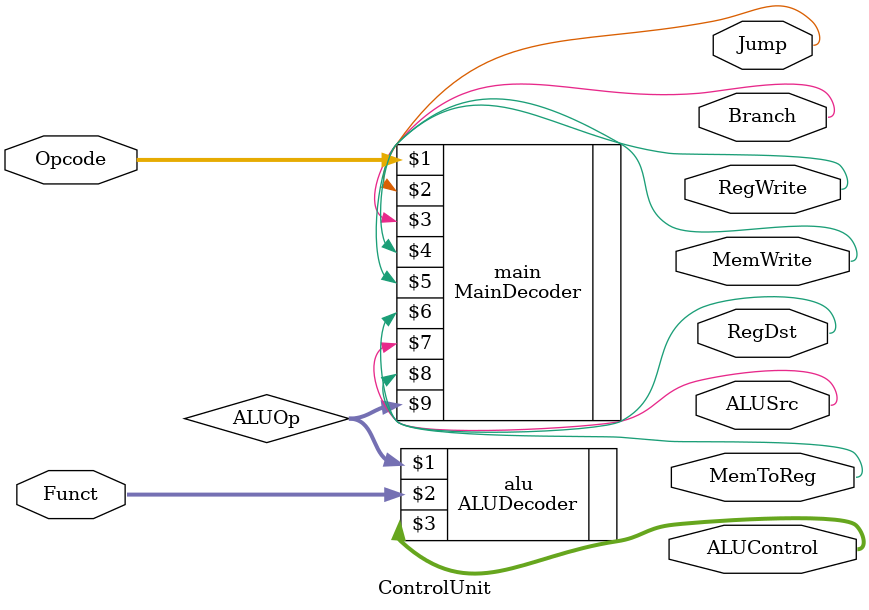
<source format=v>
`timescale 1ns / 1ps


module ControlUnit(
input[5:0]Opcode,Funct,
output Jump,Branch,RegWrite,MemWrite,RegDst,ALUSrc,MemToReg,
output [2:0]ALUControl
    );
    wire [1:0]ALUOp;
    MainDecoder main (Opcode,Jump,Branch,RegWrite,MemWrite,RegDst,ALUSrc,MemToReg,ALUOp);
    ALUDecoder alu (ALUOp,Funct,ALUControl);
endmodule

</source>
